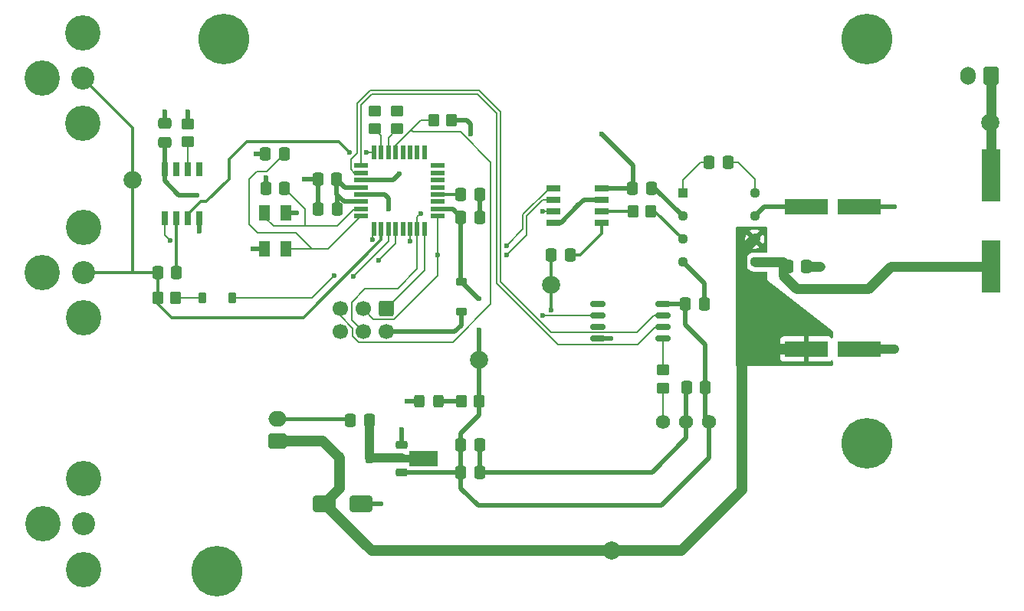
<source format=gbr>
%TF.GenerationSoftware,KiCad,Pcbnew,9.0.0*%
%TF.CreationDate,2025-04-14T20:17:52-07:00*%
%TF.ProjectId,AudioVision_v1,41756469-6f56-4697-9369-6f6e5f76312e,rev?*%
%TF.SameCoordinates,Original*%
%TF.FileFunction,Copper,L1,Top*%
%TF.FilePolarity,Positive*%
%FSLAX46Y46*%
G04 Gerber Fmt 4.6, Leading zero omitted, Abs format (unit mm)*
G04 Created by KiCad (PCBNEW 9.0.0) date 2025-04-14 20:17:52*
%MOMM*%
%LPD*%
G01*
G04 APERTURE LIST*
G04 Aperture macros list*
%AMRoundRect*
0 Rectangle with rounded corners*
0 $1 Rounding radius*
0 $2 $3 $4 $5 $6 $7 $8 $9 X,Y pos of 4 corners*
0 Add a 4 corners polygon primitive as box body*
4,1,4,$2,$3,$4,$5,$6,$7,$8,$9,$2,$3,0*
0 Add four circle primitives for the rounded corners*
1,1,$1+$1,$2,$3*
1,1,$1+$1,$4,$5*
1,1,$1+$1,$6,$7*
1,1,$1+$1,$8,$9*
0 Add four rect primitives between the rounded corners*
20,1,$1+$1,$2,$3,$4,$5,0*
20,1,$1+$1,$4,$5,$6,$7,0*
20,1,$1+$1,$6,$7,$8,$9,0*
20,1,$1+$1,$8,$9,$2,$3,0*%
%AMFreePoly0*
4,1,9,3.862500,-0.866500,0.737500,-0.866500,0.737500,-0.450000,-0.737500,-0.450000,-0.737500,0.450000,0.737500,0.450000,0.737500,0.866500,3.862500,0.866500,3.862500,-0.866500,3.862500,-0.866500,$1*%
G04 Aperture macros list end*
%TA.AperFunction,SMDPad,CuDef*%
%ADD10R,4.750000X1.800000*%
%TD*%
%TA.AperFunction,SMDPad,CuDef*%
%ADD11RoundRect,0.225000X-0.425000X-0.225000X0.425000X-0.225000X0.425000X0.225000X-0.425000X0.225000X0*%
%TD*%
%TA.AperFunction,SMDPad,CuDef*%
%ADD12FreePoly0,0.000000*%
%TD*%
%TA.AperFunction,SMDPad,CuDef*%
%ADD13C,2.000000*%
%TD*%
%TA.AperFunction,SMDPad,CuDef*%
%ADD14RoundRect,0.250000X0.337500X0.475000X-0.337500X0.475000X-0.337500X-0.475000X0.337500X-0.475000X0*%
%TD*%
%TA.AperFunction,SMDPad,CuDef*%
%ADD15R,1.500000X0.600000*%
%TD*%
%TA.AperFunction,SMDPad,CuDef*%
%ADD16R,0.600000X1.500000*%
%TD*%
%TA.AperFunction,SMDPad,CuDef*%
%ADD17RoundRect,0.250000X-0.337500X-0.475000X0.337500X-0.475000X0.337500X0.475000X-0.337500X0.475000X0*%
%TD*%
%TA.AperFunction,SMDPad,CuDef*%
%ADD18RoundRect,0.250000X-0.350000X-0.450000X0.350000X-0.450000X0.350000X0.450000X-0.350000X0.450000X0*%
%TD*%
%TA.AperFunction,SMDPad,CuDef*%
%ADD19RoundRect,0.250000X-0.325000X-0.450000X0.325000X-0.450000X0.325000X0.450000X-0.325000X0.450000X0*%
%TD*%
%TA.AperFunction,SMDPad,CuDef*%
%ADD20RoundRect,0.250000X0.450000X-0.350000X0.450000X0.350000X-0.450000X0.350000X-0.450000X-0.350000X0*%
%TD*%
%TA.AperFunction,SMDPad,CuDef*%
%ADD21RoundRect,0.225000X-0.375000X0.225000X-0.375000X-0.225000X0.375000X-0.225000X0.375000X0.225000X0*%
%TD*%
%TA.AperFunction,ComponentPad*%
%ADD22RoundRect,0.250000X-0.600000X0.600000X-0.600000X-0.600000X0.600000X-0.600000X0.600000X0.600000X0*%
%TD*%
%TA.AperFunction,ComponentPad*%
%ADD23C,1.700000*%
%TD*%
%TA.AperFunction,SMDPad,CuDef*%
%ADD24RoundRect,0.250000X-0.450000X0.350000X-0.450000X-0.350000X0.450000X-0.350000X0.450000X0.350000X0*%
%TD*%
%TA.AperFunction,SMDPad,CuDef*%
%ADD25R,0.650000X1.500000*%
%TD*%
%TA.AperFunction,SMDPad,CuDef*%
%ADD26RoundRect,0.250000X0.350000X0.450000X-0.350000X0.450000X-0.350000X-0.450000X0.350000X-0.450000X0*%
%TD*%
%TA.AperFunction,SMDPad,CuDef*%
%ADD27RoundRect,0.225000X-0.225000X-0.375000X0.225000X-0.375000X0.225000X0.375000X-0.225000X0.375000X0*%
%TD*%
%TA.AperFunction,ComponentPad*%
%ADD28C,3.900000*%
%TD*%
%TA.AperFunction,ComponentPad*%
%ADD29C,2.550000*%
%TD*%
%TA.AperFunction,SMDPad,CuDef*%
%ADD30R,1.500000X0.650000*%
%TD*%
%TA.AperFunction,SMDPad,CuDef*%
%ADD31RoundRect,0.162500X-0.650000X-0.162500X0.650000X-0.162500X0.650000X0.162500X-0.650000X0.162500X0*%
%TD*%
%TA.AperFunction,ComponentPad*%
%ADD32C,5.600000*%
%TD*%
%TA.AperFunction,SMDPad,CuDef*%
%ADD33RoundRect,0.225000X0.225000X0.375000X-0.225000X0.375000X-0.225000X-0.375000X0.225000X-0.375000X0*%
%TD*%
%TA.AperFunction,ComponentPad*%
%ADD34R,1.130000X1.130000*%
%TD*%
%TA.AperFunction,ComponentPad*%
%ADD35C,1.130000*%
%TD*%
%TA.AperFunction,ComponentPad*%
%ADD36RoundRect,0.250000X0.750000X-0.600000X0.750000X0.600000X-0.750000X0.600000X-0.750000X-0.600000X0*%
%TD*%
%TA.AperFunction,ComponentPad*%
%ADD37O,2.000000X1.700000*%
%TD*%
%TA.AperFunction,ComponentPad*%
%ADD38RoundRect,0.250000X0.600000X0.750000X-0.600000X0.750000X-0.600000X-0.750000X0.600000X-0.750000X0*%
%TD*%
%TA.AperFunction,ComponentPad*%
%ADD39O,1.700000X2.000000*%
%TD*%
%TA.AperFunction,SMDPad,CuDef*%
%ADD40RoundRect,0.250000X-1.000000X-0.650000X1.000000X-0.650000X1.000000X0.650000X-1.000000X0.650000X0*%
%TD*%
%TA.AperFunction,SMDPad,CuDef*%
%ADD41R,2.050000X5.800000*%
%TD*%
%TA.AperFunction,ComponentPad*%
%ADD42C,1.560000*%
%TD*%
%TA.AperFunction,SMDPad,CuDef*%
%ADD43RoundRect,0.250000X-0.475000X0.337500X-0.475000X-0.337500X0.475000X-0.337500X0.475000X0.337500X0*%
%TD*%
%TA.AperFunction,SMDPad,CuDef*%
%ADD44R,1.200000X1.800000*%
%TD*%
%TA.AperFunction,ViaPad*%
%ADD45C,0.600000*%
%TD*%
%TA.AperFunction,Conductor*%
%ADD46C,0.200000*%
%TD*%
%TA.AperFunction,Conductor*%
%ADD47C,0.500000*%
%TD*%
%TA.AperFunction,Conductor*%
%ADD48C,1.000000*%
%TD*%
%TA.AperFunction,Conductor*%
%ADD49C,1.100000*%
%TD*%
%TA.AperFunction,Conductor*%
%ADD50C,0.400000*%
%TD*%
%TA.AperFunction,Conductor*%
%ADD51C,0.300000*%
%TD*%
%TA.AperFunction,Conductor*%
%ADD52C,0.330000*%
%TD*%
%TA.AperFunction,Conductor*%
%ADD53C,1.200000*%
%TD*%
G04 APERTURE END LIST*
D10*
%TO.P,C16,1*%
%TO.N,+14.5V*%
X178125000Y-105000000D03*
%TO.P,C16,2*%
%TO.N,GND*%
X184025000Y-105000000D03*
%TD*%
D11*
%TO.P,U1,1,GND*%
%TO.N,GND*%
X133425000Y-115600000D03*
D12*
%TO.P,U1,2,VI*%
%TO.N,/VDC_IN*%
X133512500Y-117100000D03*
D11*
%TO.P,U1,3,VO*%
%TO.N,+5V*%
X133425000Y-118600000D03*
%TD*%
D13*
%TO.P,REF\u002A\u002A,1*%
%TO.N,N/C*%
X142000000Y-106150000D03*
%TD*%
D10*
%TO.P,C18,1*%
%TO.N,Net-(U5-BYPASS)*%
X178125000Y-89250000D03*
%TO.P,C18,2*%
%TO.N,GND*%
X184025000Y-89250000D03*
%TD*%
D14*
%TO.P,C21,1*%
%TO.N,+5V*%
X126325000Y-89500000D03*
%TO.P,C21,2*%
%TO.N,GND*%
X124250000Y-89500000D03*
%TD*%
D15*
%TO.P,U2,1,(PCINT19/OC2B/INT1)_PD3*%
%TO.N,/D3*%
X128925000Y-84700000D03*
%TO.P,U2,2,(PCINT20/XCK/T0)_PD4*%
%TO.N,/D4*%
X128925000Y-85500000D03*
%TO.P,U2,3,GND_1*%
%TO.N,GND*%
X128925000Y-86300000D03*
%TO.P,U2,4,VCC_1*%
%TO.N,+5V*%
X128925000Y-87100000D03*
%TO.P,U2,5,GND_2*%
%TO.N,GND*%
X128925000Y-87900000D03*
%TO.P,U2,6,VCC_2*%
%TO.N,+5V*%
X128925000Y-88700000D03*
%TO.P,U2,7,(PCINT6/XTAL1/TOSC1)_PB6*%
%TO.N,Net-(U2-(PCINT6{slash}XTAL1{slash}TOSC1)_PB6)*%
X128925000Y-89500000D03*
%TO.P,U2,8,(PCINT7/XTAL2/TOSC2)_PB7*%
%TO.N,Net-(U2-(PCINT7{slash}XTAL2{slash}TOSC2)_PB7)*%
X128925000Y-90300000D03*
D16*
%TO.P,U2,9,(PCINT21/OC0B/T1)_PD5*%
%TO.N,/D5*%
X130375000Y-91750000D03*
%TO.P,U2,10,(PCINT22/OC0A/AIN0)_PD6*%
%TO.N,/D6*%
X131175000Y-91750000D03*
%TO.P,U2,11,(PCINT23/AIN1)_PD7*%
%TO.N,/D7*%
X131975000Y-91750000D03*
%TO.P,U2,12,(PCINT0/CLKO/ICP1)_PB0*%
%TO.N,/D8*%
X132775000Y-91750000D03*
%TO.P,U2,13,(PCINT1/OC1A)_PB1*%
%TO.N,/D9*%
X133575000Y-91750000D03*
%TO.P,U2,14,(PCINT2/SS/OC1B)_PB2*%
%TO.N,/D10*%
X134375000Y-91750000D03*
%TO.P,U2,15,(PCINT3/OC2A/MOSI)_PB3*%
%TO.N,/D11{slash}MOSI*%
X135175000Y-91750000D03*
%TO.P,U2,16,(PCINT4/MISO)_PB4*%
%TO.N,/D12{slash}MISO*%
X135975000Y-91750000D03*
D15*
%TO.P,U2,17,PB5_(SCK/PCINT5)*%
%TO.N,/D13{slash}SCK*%
X137425000Y-90300000D03*
%TO.P,U2,18,AVCC*%
%TO.N,+5V*%
X137425000Y-89500000D03*
%TO.P,U2,19,ADC6*%
%TO.N,unconnected-(U2-ADC6-Pad19)*%
X137425000Y-88700000D03*
%TO.P,U2,20,AREF*%
%TO.N,/ARef*%
X137425000Y-87900000D03*
%TO.P,U2,21,GND_3*%
%TO.N,unconnected-(U2-GND_3-Pad21)*%
X137425000Y-87100000D03*
%TO.P,U2,22,ADC7*%
%TO.N,unconnected-(U2-ADC7-Pad22)*%
X137425000Y-86300000D03*
%TO.P,U2,23,PC0_(ADC0/PCINT8)*%
%TO.N,/A0*%
X137425000Y-85500000D03*
%TO.P,U2,24,PC1_(ADC1/PCINT9)*%
%TO.N,/A1*%
X137425000Y-84700000D03*
D16*
%TO.P,U2,25,PC2_(ADC2/PCINT10)*%
%TO.N,/A2*%
X135975000Y-83250000D03*
%TO.P,U2,26,PC3_(ADC3/PCINT11)*%
%TO.N,/A3*%
X135175000Y-83250000D03*
%TO.P,U2,27,PC4_(ADC4/SDA/PCINT12)*%
%TO.N,/A4*%
X134375000Y-83250000D03*
%TO.P,U2,28,PC5_(ADC5/SCL/PCINT13)*%
%TO.N,/A5*%
X133575000Y-83250000D03*
%TO.P,U2,29,PC6_(~{RESET}/PCINT14)*%
%TO.N,/RESET*%
X132775000Y-83250000D03*
%TO.P,U2,30,PD0_(RXD/PCINT16)*%
%TO.N,/D0*%
X131975000Y-83250000D03*
%TO.P,U2,31,PD1_(TXD/PCINT17)*%
%TO.N,/D1*%
X131175000Y-83250000D03*
%TO.P,U2,32,PD2_(INT0/PCINT18)*%
%TO.N,/D2*%
X130375000Y-83250000D03*
%TD*%
D17*
%TO.P,C19,1*%
%TO.N,Net-(C17-+)*%
X176100000Y-95900000D03*
%TO.P,C19,2*%
%TO.N,GND*%
X178175000Y-95900000D03*
%TD*%
D18*
%TO.P,R10,1*%
%TO.N,/RESET*%
X136975000Y-79700000D03*
%TO.P,R10,2*%
%TO.N,+5V*%
X138975000Y-79700000D03*
%TD*%
D19*
%TO.P,D4,1,K*%
%TO.N,GND*%
X135425000Y-110750000D03*
%TO.P,D4,2,A*%
%TO.N,Net-(D4-A)*%
X137475000Y-110750000D03*
%TD*%
D20*
%TO.P,R2,1*%
%TO.N,/D1*%
X130475000Y-80650000D03*
%TO.P,R2,2*%
%TO.N,/TX*%
X130475000Y-78650000D03*
%TD*%
D21*
%TO.P,D2,1,K*%
%TO.N,+5V*%
X140035000Y-97550000D03*
%TO.P,D2,2,A*%
%TO.N,/ISP-5V*%
X140035000Y-100850000D03*
%TD*%
D22*
%TO.P,ISP,1,Pin_1*%
%TO.N,/D12{slash}MISO*%
X131725000Y-100550000D03*
D23*
%TO.P,ISP,2,Pin_2*%
%TO.N,/ISP-5V*%
X131725000Y-103090000D03*
%TO.P,ISP,3,Pin_3*%
%TO.N,/D13{slash}SCK*%
X129185000Y-100550000D03*
%TO.P,ISP,4,Pin_4*%
%TO.N,/D11{slash}MOSI*%
X129185000Y-103090000D03*
%TO.P,ISP,5,Pin_5*%
%TO.N,/RESET*%
X126645000Y-100550000D03*
%TO.P,ISP,6,Pin_6*%
%TO.N,GND*%
X126645000Y-103090000D03*
%TD*%
D17*
%TO.P,C7,1*%
%TO.N,/ARef*%
X140000000Y-87900000D03*
%TO.P,C7,2*%
%TO.N,GND*%
X142075000Y-87900000D03*
%TD*%
D24*
%TO.P,R4,1*%
%TO.N,Net-(U6-AREF{slash}PB0)*%
X162325000Y-107300000D03*
%TO.P,R4,2*%
%TO.N,Net-(U3-OUT)*%
X162325000Y-109300000D03*
%TD*%
D13*
%TO.P,REF\u002A\u002A,1*%
%TO.N,N/C*%
X149950000Y-97900000D03*
%TD*%
D17*
%TO.P,C13,1*%
%TO.N,/D6*%
X106512500Y-96500000D03*
%TO.P,C13,2*%
%TO.N,Net-(U4-CVIN)*%
X108587500Y-96500000D03*
%TD*%
D25*
%TO.P,U4,1,CSOUT*%
%TO.N,/D8*%
X107290000Y-90550000D03*
%TO.P,U4,2,CVIN*%
%TO.N,Net-(U4-CVIN)*%
X108560000Y-90550000D03*
%TO.P,U4,3,VSOUT*%
%TO.N,/D2*%
X109830000Y-90550000D03*
%TO.P,U4,4,GND*%
%TO.N,GND*%
X111100000Y-90550000D03*
%TO.P,U4,5,BPOUT*%
%TO.N,unconnected-(U4-BPOUT-Pad5)*%
X111100000Y-85150000D03*
%TO.P,U4,6,RSET*%
%TO.N,Net-(U4-RSET)*%
X109830000Y-85150000D03*
%TO.P,U4,7,OEOUT*%
%TO.N,unconnected-(U4-OEOUT-Pad7)*%
X108560000Y-85150000D03*
%TO.P,U4,8,VCC*%
%TO.N,+5V*%
X107290000Y-85150000D03*
%TD*%
D26*
%TO.P,R3,1*%
%TO.N,+5V*%
X142025000Y-110800000D03*
%TO.P,R3,2*%
%TO.N,Net-(D4-A)*%
X140025000Y-110800000D03*
%TD*%
D14*
%TO.P,C22,1*%
%TO.N,+5V*%
X126287500Y-86200000D03*
%TO.P,C22,2*%
%TO.N,GND*%
X124212500Y-86200000D03*
%TD*%
D17*
%TO.P,C10,1*%
%TO.N,GND*%
X164937500Y-109200000D03*
%TO.P,C10,2*%
%TO.N,+5V*%
X167012500Y-109200000D03*
%TD*%
D27*
%TO.P,D6,1,K*%
%TO.N,Net-(D6-K)*%
X111400000Y-99350000D03*
%TO.P,D6,2,A*%
%TO.N,/D7*%
X114700000Y-99350000D03*
%TD*%
D28*
%TO.P,J5,1,1_1*%
%TO.N,GND*%
X98275000Y-101550000D03*
D29*
%TO.P,J5,2,2*%
%TO.N,/D6*%
X98275000Y-96550000D03*
D28*
%TO.P,J5,12,1_2*%
%TO.N,GND*%
X98275000Y-91550000D03*
%TO.P,J5,13,1_3*%
X93775000Y-96550000D03*
%TD*%
D14*
%TO.P,C1,1*%
%TO.N,/VDC_IN*%
X129862500Y-112900000D03*
%TO.P,C1,2*%
%TO.N,GND*%
X127787500Y-112900000D03*
%TD*%
D24*
%TO.P,R8,1*%
%TO.N,GND*%
X109830000Y-80100000D03*
%TO.P,R8,2*%
%TO.N,Net-(U4-RSET)*%
X109830000Y-82100000D03*
%TD*%
D17*
%TO.P,C24,1*%
%TO.N,+5V*%
X164787500Y-100000000D03*
%TO.P,C24,2*%
%TO.N,GND*%
X166862500Y-100000000D03*
%TD*%
D24*
%TO.P,R1,1*%
%TO.N,/RX*%
X132975000Y-78650000D03*
%TO.P,R1,2*%
%TO.N,/D0*%
X132975000Y-80650000D03*
%TD*%
D30*
%TO.P,VR1,1,~{CS}*%
%TO.N,/D10*%
X150175000Y-87195000D03*
%TO.P,VR1,2,SCK*%
%TO.N,/D13{slash}SCK*%
X150175000Y-88465000D03*
%TO.P,VR1,3,SDI/SDO*%
%TO.N,/D11{slash}MOSI*%
X150175000Y-89735000D03*
%TO.P,VR1,4,VSS*%
%TO.N,GND*%
X150175000Y-91005000D03*
%TO.P,VR1,5,P0A*%
%TO.N,Net-(VR1-P0A)*%
X155575000Y-91005000D03*
%TO.P,VR1,6,P0W*%
%TO.N,Net-(VR1-P0W)*%
X155575000Y-89735000D03*
%TO.P,VR1,7,P0B*%
%TO.N,GND*%
X155575000Y-88465000D03*
%TO.P,VR1,8,VDD*%
%TO.N,+5V*%
X155575000Y-87195000D03*
%TD*%
D31*
%TO.P,U6,1,~{RESET}/PB5*%
%TO.N,unconnected-(U6-~{RESET}{slash}PB5-Pad1)*%
X155137500Y-99995000D03*
%TO.P,U6,2,XTAL1/PB3*%
%TO.N,/D5*%
X155137500Y-101265000D03*
%TO.P,U6,3,XTAL2/PB4*%
%TO.N,unconnected-(U6-XTAL2{slash}PB4-Pad3)*%
X155137500Y-102535000D03*
%TO.P,U6,4,GND*%
%TO.N,GND*%
X155137500Y-103805000D03*
%TO.P,U6,5,AREF/PB0*%
%TO.N,Net-(U6-AREF{slash}PB0)*%
X162312500Y-103805000D03*
%TO.P,U6,6,PB1*%
%TO.N,/D3*%
X162312500Y-102535000D03*
%TO.P,U6,7,PB2*%
%TO.N,/D4*%
X162312500Y-101265000D03*
%TO.P,U6,8,VCC*%
%TO.N,+5V*%
X162312500Y-99995000D03*
%TD*%
D32*
%TO.P,,3*%
%TO.N,N/C*%
X113050000Y-129550000D03*
%TD*%
D28*
%TO.P,J6,1,1_1*%
%TO.N,GND*%
X98300000Y-129350000D03*
D29*
%TO.P,J6,2,2*%
%TO.N,Net-(C23-Pad1)*%
X98300000Y-124350000D03*
D28*
%TO.P,J6,12,1_2*%
%TO.N,GND*%
X98300000Y-119350000D03*
%TO.P,J6,13,1_3*%
X93800000Y-124350000D03*
%TD*%
D33*
%TO.P,D3,1,K*%
%TO.N,/VDC_IN*%
X129875000Y-117050000D03*
%TO.P,D3,2,A*%
%TO.N,+14.5V*%
X126575000Y-117050000D03*
%TD*%
D17*
%TO.P,C3,1*%
%TO.N,+5V*%
X140000000Y-115600000D03*
%TO.P,C3,2*%
%TO.N,GND*%
X142075000Y-115600000D03*
%TD*%
D13*
%TO.P,REF\u002A\u002A,1*%
%TO.N,N/C*%
X156650000Y-127300000D03*
%TD*%
D34*
%TO.P,U5,1,GAIN_1*%
%TO.N,Net-(U5-GAIN_1)*%
X164505000Y-87750000D03*
D35*
%TO.P,U5,2,-_INPUT*%
%TO.N,GND*%
X164505000Y-90290000D03*
%TO.P,U5,3,+_INPUT*%
%TO.N,Net-(U5-+_INPUT)*%
X164505000Y-92830000D03*
%TO.P,U5,4,GND*%
%TO.N,GND*%
X164505000Y-95370000D03*
%TO.P,U5,5,VOUT*%
%TO.N,Net-(C17-+)*%
X172445000Y-95370000D03*
%TO.P,U5,6,VS*%
%TO.N,+14.5V*%
X172445000Y-92830000D03*
%TO.P,U5,7,BYPASS*%
%TO.N,Net-(U5-BYPASS)*%
X172445000Y-90290000D03*
%TO.P,U5,8,GAIN_2*%
%TO.N,Net-(U5-GAIN_2)*%
X172445000Y-87750000D03*
%TD*%
D32*
%TO.P,,2*%
%TO.N,N/C*%
X184800000Y-70750000D03*
%TD*%
D17*
%TO.P,C9,1*%
%TO.N,+5V*%
X158937500Y-87200000D03*
%TO.P,C9,2*%
%TO.N,GND*%
X161012500Y-87200000D03*
%TD*%
D36*
%TO.P,J1,1,Pin_1*%
%TO.N,+14.5V*%
X119700000Y-115200000D03*
D37*
%TO.P,J1,2,Pin_2*%
%TO.N,GND*%
X119700000Y-112700000D03*
%TD*%
D18*
%TO.P,R6,1*%
%TO.N,Net-(VR1-P0W)*%
X158975000Y-89750000D03*
%TO.P,R6,2*%
%TO.N,Net-(U5-+_INPUT)*%
X160975000Y-89750000D03*
%TD*%
D32*
%TO.P,,4*%
%TO.N,N/C*%
X184800000Y-115450000D03*
%TD*%
D17*
%TO.P,C8,1*%
%TO.N,GND*%
X118400000Y-83400000D03*
%TO.P,C8,2*%
%TO.N,Net-(U2-(PCINT7{slash}XTAL2{slash}TOSC2)_PB7)*%
X120475000Y-83400000D03*
%TD*%
D28*
%TO.P,J4,1,1_1*%
%TO.N,GND*%
X98225000Y-80050000D03*
D29*
%TO.P,J4,2,2*%
%TO.N,/D6*%
X98225000Y-75050000D03*
D28*
%TO.P,J4,12,1_2*%
%TO.N,GND*%
X98225000Y-70050000D03*
%TO.P,J4,13,1_3*%
X93725000Y-75050000D03*
%TD*%
D32*
%TO.P,REF\u002A\u002A,1*%
%TO.N,N/C*%
X113800000Y-70750000D03*
%TD*%
D14*
%TO.P,C14,1*%
%TO.N,Net-(U5-GAIN_2)*%
X169512500Y-84350000D03*
%TO.P,C14,2*%
%TO.N,Net-(U5-GAIN_1)*%
X167437500Y-84350000D03*
%TD*%
D17*
%TO.P,C23,1*%
%TO.N,Net-(C23-Pad1)*%
X149975000Y-94600000D03*
%TO.P,C23,2*%
%TO.N,Net-(VR1-P0A)*%
X152050000Y-94600000D03*
%TD*%
D18*
%TO.P,R7,1*%
%TO.N,/D6*%
X106500000Y-99350000D03*
%TO.P,R7,2*%
%TO.N,Net-(D6-K)*%
X108500000Y-99350000D03*
%TD*%
D38*
%TO.P,J3,1,Pin_1*%
%TO.N,Net-(C17--)*%
X198525000Y-74800000D03*
D39*
%TO.P,J3,2,Pin_2*%
%TO.N,GND*%
X196025000Y-74800000D03*
%TD*%
D40*
%TO.P,D1,1,A1*%
%TO.N,+14.5V*%
X124925000Y-122100000D03*
%TO.P,D1,2,A2*%
%TO.N,GND*%
X128925000Y-122100000D03*
%TD*%
D41*
%TO.P,C17,1,-*%
%TO.N,Net-(C17--)*%
X198525000Y-85800000D03*
%TO.P,C17,2,+*%
%TO.N,Net-(C17-+)*%
X198525000Y-95900000D03*
%TD*%
D13*
%TO.P,REF\u002A\u002A,1*%
%TO.N,N/C*%
X103750000Y-86300000D03*
%TD*%
D42*
%TO.P,U3,1,OUT*%
%TO.N,Net-(U3-OUT)*%
X162357500Y-113075000D03*
%TO.P,U3,2,GND*%
%TO.N,GND*%
X164897500Y-113075000D03*
%TO.P,U3,3,VS*%
%TO.N,+5V*%
X167437500Y-113075000D03*
%TD*%
D43*
%TO.P,C12,1*%
%TO.N,GND*%
X107295000Y-80050000D03*
%TO.P,C12,2*%
%TO.N,+5V*%
X107295000Y-82125000D03*
%TD*%
D17*
%TO.P,C2,1*%
%TO.N,+5V*%
X140000000Y-118600000D03*
%TO.P,C2,2*%
%TO.N,GND*%
X142075000Y-118600000D03*
%TD*%
%TO.P,C20,1*%
%TO.N,+5V*%
X139987500Y-90400000D03*
%TO.P,C20,2*%
%TO.N,GND*%
X142062500Y-90400000D03*
%TD*%
%TO.P,C6,1*%
%TO.N,GND*%
X118421015Y-87250000D03*
%TO.P,C6,2*%
%TO.N,Net-(U2-(PCINT6{slash}XTAL1{slash}TOSC1)_PB6)*%
X120496015Y-87250000D03*
%TD*%
D13*
%TO.P,REF\u002A\u002A,1*%
%TO.N,N/C*%
X198500000Y-79950000D03*
%TD*%
D44*
%TO.P,Y1,1,XTAL_1*%
%TO.N,Net-(U2-(PCINT7{slash}XTAL2{slash}TOSC2)_PB7)*%
X120675000Y-93950000D03*
%TO.P,Y1,2,GND_1*%
%TO.N,GND*%
X120675000Y-89950000D03*
%TO.P,Y1,3,XTAL_2*%
%TO.N,Net-(U2-(PCINT6{slash}XTAL1{slash}TOSC1)_PB6)*%
X118275000Y-89950000D03*
%TO.P,Y1,4,GND_2*%
%TO.N,GND*%
X118275000Y-93950000D03*
%TD*%
D45*
%TO.N,GND*%
X121850000Y-89950000D03*
%TO.N,/D11{slash}MOSI*%
X135525000Y-90025000D03*
X149050000Y-89750000D03*
%TO.N,GND*%
X131175000Y-122100000D03*
X142075000Y-117050000D03*
X107295000Y-78780000D03*
X187925000Y-89250000D03*
X142075000Y-89150000D03*
X111100000Y-91925000D03*
X109830000Y-78755000D03*
X117025000Y-93950000D03*
X156525000Y-103800000D03*
X134025000Y-110750000D03*
X117325000Y-83400000D03*
X133425000Y-113900000D03*
X179675000Y-95900000D03*
X122675000Y-86200000D03*
X187925000Y-105000000D03*
X152925000Y-89100000D03*
X131975000Y-89550000D03*
X133175000Y-85650000D03*
X118425000Y-86050000D03*
%TO.N,+5V*%
X126325000Y-87950000D03*
X142025000Y-102850000D03*
X110825000Y-87950000D03*
X141025000Y-81200000D03*
X155525000Y-81200000D03*
X142025000Y-99400000D03*
%TO.N,Net-(C23-Pad1)*%
X149975000Y-100650000D03*
%TO.N,/D7*%
X128095227Y-96920227D03*
X125975000Y-96900000D03*
%TO.N,/D13{slash}SCK*%
X137425000Y-94550000D03*
X145025000Y-94550000D03*
%TO.N,/D2*%
X129525000Y-83250000D03*
X127725000Y-83250000D03*
%TO.N,/D10*%
X145025000Y-93550000D03*
X134375000Y-93100000D03*
%TO.N,/D8*%
X107875000Y-92950000D03*
X130875000Y-95200000D03*
%TO.N,/D5*%
X130254773Y-92879773D03*
X149025000Y-101250000D03*
%TD*%
D46*
%TO.N,/RESET*%
X126645000Y-100550000D02*
X126645000Y-101320000D01*
X126645000Y-101320000D02*
X128034000Y-102709000D01*
X128034000Y-102709000D02*
X128034000Y-103566760D01*
X128034000Y-103566760D02*
X128708240Y-104241000D01*
X128708240Y-104241000D02*
X139084000Y-104241000D01*
X139950000Y-81000000D02*
X134675000Y-81000000D01*
X139084000Y-104241000D02*
X143275000Y-100050000D01*
X134675000Y-81000000D02*
X134449500Y-80774500D01*
X143275000Y-100050000D02*
X143275000Y-84325000D01*
X143275000Y-84325000D02*
X139950000Y-81000000D01*
%TO.N,/D11{slash}MOSI*%
X127900000Y-99800000D02*
X129400000Y-98300000D01*
X133025000Y-98300000D02*
X135175000Y-96150000D01*
X135175000Y-96150000D02*
X135175000Y-91750000D01*
X127900000Y-101805000D02*
X127900000Y-99800000D01*
X129400000Y-98300000D02*
X133025000Y-98300000D01*
X129185000Y-103090000D02*
X127900000Y-101805000D01*
%TO.N,Net-(U2-(PCINT6{slash}XTAL1{slash}TOSC1)_PB6)*%
X122750000Y-91400000D02*
X122750000Y-89503985D01*
X122750000Y-89503985D02*
X120496015Y-87250000D01*
D47*
%TO.N,GND*%
X120675000Y-89950000D02*
X121850000Y-89950000D01*
D46*
%TO.N,/D11{slash}MOSI*%
X135525000Y-90025000D02*
X135175000Y-90375000D01*
X135175000Y-90375000D02*
X135175000Y-91750000D01*
X149050000Y-89750000D02*
X149065000Y-89735000D01*
X149065000Y-89735000D02*
X150175000Y-89735000D01*
%TO.N,/D13{slash}SCK*%
X150175000Y-88465000D02*
X149047100Y-88465000D01*
X149047100Y-88465000D02*
X147226000Y-90286100D01*
X147226000Y-90286100D02*
X147226000Y-92349000D01*
X147226000Y-92349000D02*
X145025000Y-94550000D01*
%TO.N,/D10*%
X150175000Y-87195000D02*
X149750000Y-87195000D01*
X149750000Y-87195000D02*
X146825000Y-90120000D01*
X146825000Y-91750000D02*
X145025000Y-93550000D01*
X146825000Y-90120000D02*
X146825000Y-91750000D01*
D47*
%TO.N,+5V*%
X167437500Y-113075000D02*
X167000000Y-112637500D01*
X167000000Y-112637500D02*
X167000000Y-109212500D01*
X167000000Y-109212500D02*
X167012500Y-109200000D01*
D46*
%TO.N,GND*%
X161075000Y-87200000D02*
X161415000Y-87200000D01*
D47*
X142075000Y-117050000D02*
X142075000Y-115600000D01*
X155137500Y-103805000D02*
X156520000Y-103805000D01*
X124212500Y-86200000D02*
X122675000Y-86200000D01*
X109830000Y-80100000D02*
X109830000Y-78755000D01*
X135425000Y-110750000D02*
X134025000Y-110750000D01*
X124250000Y-89500000D02*
X124250000Y-86237500D01*
X118421015Y-87250000D02*
X118421015Y-87696015D01*
D46*
X142075000Y-90387500D02*
X142062500Y-90400000D01*
D47*
X150175000Y-91005000D02*
X151020000Y-91005000D01*
X118275000Y-93950000D02*
X117025000Y-93950000D01*
X142075000Y-89150000D02*
X142075000Y-90387500D01*
X142075000Y-117050000D02*
X142075000Y-118600000D01*
D48*
X184025000Y-105000000D02*
X187925000Y-105000000D01*
D47*
X128925000Y-86300000D02*
X132525000Y-86300000D01*
X111100000Y-90550000D02*
X111100000Y-91925000D01*
X132525000Y-86300000D02*
X133175000Y-85650000D01*
X151020000Y-91005000D02*
X152925000Y-89100000D01*
X155575000Y-88465000D02*
X153560000Y-88465000D01*
D46*
X127587500Y-112700000D02*
X127787500Y-112900000D01*
D47*
X131975000Y-89550000D02*
X131975000Y-88300000D01*
X131575000Y-87900000D02*
X128925000Y-87900000D01*
X166862500Y-97727500D02*
X164505000Y-95370000D01*
X142075000Y-87900000D02*
X142075000Y-89150000D01*
X133425000Y-115600000D02*
X133425000Y-113900000D01*
D46*
X118421015Y-86053985D02*
X118425000Y-86050000D01*
X156520000Y-103805000D02*
X156525000Y-103800000D01*
D49*
X178175000Y-95900000D02*
X179675000Y-95900000D01*
D47*
X184025000Y-89250000D02*
X187925000Y-89250000D01*
D46*
X118400000Y-83400000D02*
X118075000Y-83400000D01*
D47*
X153560000Y-88465000D02*
X152925000Y-89100000D01*
X118075000Y-83400000D02*
X117325000Y-83400000D01*
X166862500Y-100000000D02*
X166862500Y-97727500D01*
X131975000Y-88300000D02*
X131575000Y-87900000D01*
X128925000Y-122100000D02*
X131175000Y-122100000D01*
X164897500Y-113075000D02*
X164897500Y-109240000D01*
D46*
X124250000Y-86237500D02*
X124212500Y-86200000D01*
D47*
X161415000Y-87200000D02*
X164505000Y-90290000D01*
X164897500Y-114827500D02*
X164897500Y-113075000D01*
D50*
X119700000Y-112700000D02*
X127587500Y-112700000D01*
D47*
X164897500Y-109240000D02*
X164937500Y-109200000D01*
X118421015Y-87250000D02*
X118421015Y-86053985D01*
X107295000Y-80050000D02*
X107295000Y-78780000D01*
D46*
%TO.N,/VDC_IN*%
X133462500Y-117050000D02*
X133512500Y-117100000D01*
D48*
X129875000Y-117050000D02*
X133462500Y-117050000D01*
D47*
X129875000Y-112912500D02*
X129862500Y-112900000D01*
D48*
X129875000Y-117050000D02*
X129875000Y-112912500D01*
D47*
%TO.N,+5V*%
X141875000Y-122300000D02*
X162175000Y-122300000D01*
X126287500Y-87912500D02*
X126325000Y-87950000D01*
X162175000Y-122300000D02*
X167437500Y-117037500D01*
X164787500Y-102287500D02*
X164787500Y-100000000D01*
X140000000Y-118600000D02*
X140000000Y-120425000D01*
X107290000Y-86400000D02*
X107290000Y-85150000D01*
X126325000Y-87950000D02*
X127075000Y-88700000D01*
X140000000Y-120425000D02*
X141875000Y-122300000D01*
X167012500Y-109200000D02*
X167012500Y-104537500D01*
X126287500Y-86200000D02*
X126287500Y-87912500D01*
X140035000Y-97290000D02*
X139987500Y-97242500D01*
X137425000Y-89500000D02*
X139087500Y-89500000D01*
X142025000Y-110800000D02*
X142025000Y-102850000D01*
X164787500Y-100000000D02*
X162317500Y-100000000D01*
X167437500Y-117037500D02*
X167437500Y-113075000D01*
X164775000Y-102300000D02*
X164787500Y-102287500D01*
X140035000Y-97550000D02*
X140035000Y-97290000D01*
X140000000Y-118600000D02*
X140000000Y-115600000D01*
X141885000Y-99400000D02*
X140035000Y-97550000D01*
X139087500Y-89500000D02*
X139987500Y-90400000D01*
D46*
X107290000Y-82130000D02*
X107295000Y-82125000D01*
D47*
X127075000Y-88700000D02*
X128925000Y-88700000D01*
X140000000Y-115600000D02*
X140000000Y-114325000D01*
X142025000Y-99400000D02*
X141885000Y-99400000D01*
X141025000Y-81200000D02*
X141025000Y-80100000D01*
D46*
X158995000Y-87195000D02*
X159000000Y-87200000D01*
D47*
X155575000Y-87195000D02*
X158995000Y-87195000D01*
X162317500Y-100000000D02*
X162312500Y-99995000D01*
X108840000Y-87950000D02*
X107290000Y-86400000D01*
X141175000Y-113150000D02*
X140000000Y-114325000D01*
X139987500Y-97242500D02*
X139987500Y-90400000D01*
X107290000Y-85150000D02*
X107290000Y-82130000D01*
X126325000Y-89500000D02*
X126325000Y-87950000D01*
X128925000Y-87100000D02*
X127187500Y-87100000D01*
X142025000Y-112300000D02*
X141175000Y-113150000D01*
X133425000Y-118600000D02*
X140000000Y-118600000D01*
X140625000Y-79700000D02*
X138975000Y-79700000D01*
X126325000Y-86237500D02*
X126287500Y-86200000D01*
X159000000Y-84675000D02*
X155525000Y-81200000D01*
X141025000Y-80100000D02*
X140625000Y-79700000D01*
X127187500Y-87100000D02*
X126287500Y-86200000D01*
X110825000Y-87950000D02*
X108840000Y-87950000D01*
X167012500Y-104537500D02*
X164775000Y-102300000D01*
X159000000Y-87200000D02*
X159000000Y-84675000D01*
X142025000Y-110800000D02*
X142025000Y-112300000D01*
D46*
%TO.N,Net-(U2-(PCINT6{slash}XTAL1{slash}TOSC1)_PB6)*%
X126325000Y-91400000D02*
X122375000Y-91400000D01*
X128925000Y-89500000D02*
X128225000Y-89500000D01*
X118275000Y-90400000D02*
X118275000Y-89950000D01*
X128225000Y-89500000D02*
X126325000Y-91400000D01*
X122375000Y-91400000D02*
X119275000Y-91400000D01*
X119275000Y-91400000D02*
X118275000Y-90400000D01*
D51*
%TO.N,/ARef*%
X137425000Y-87900000D02*
X140000000Y-87900000D01*
D46*
%TO.N,Net-(U2-(PCINT7{slash}XTAL2{slash}TOSC2)_PB7)*%
X123775000Y-93950000D02*
X123525000Y-93950000D01*
X117525000Y-92150000D02*
X116575000Y-91200000D01*
X123775000Y-93950000D02*
X120675000Y-93950000D01*
X125275000Y-93950000D02*
X123775000Y-93950000D01*
X116575000Y-91200000D02*
X116575000Y-86250000D01*
X118525000Y-85350000D02*
X120475000Y-83400000D01*
X116575000Y-86250000D02*
X117475000Y-85350000D01*
X128925000Y-90300000D02*
X125275000Y-93950000D01*
X121725000Y-92150000D02*
X117525000Y-92150000D01*
X117475000Y-85350000D02*
X118525000Y-85350000D01*
X123525000Y-93950000D02*
X121725000Y-92150000D01*
%TO.N,Net-(U4-CVIN)*%
X108587500Y-90577500D02*
X108560000Y-90550000D01*
D52*
X108587500Y-96500000D02*
X108587500Y-90577500D01*
%TO.N,/D6*%
X98225000Y-75050000D02*
X103725000Y-80550000D01*
X131175000Y-92900000D02*
X131175000Y-91750000D01*
X103725000Y-96550000D02*
X106462500Y-96550000D01*
X108025000Y-101500000D02*
X122575000Y-101500000D01*
D46*
X106462500Y-96550000D02*
X106512500Y-96500000D01*
D52*
X122575000Y-101500000D02*
X131175000Y-92900000D01*
X98275000Y-96550000D02*
X103725000Y-96550000D01*
D46*
X106512500Y-99337500D02*
X106500000Y-99350000D01*
X106500000Y-99350000D02*
X106500000Y-99975000D01*
D52*
X106500000Y-99975000D02*
X108025000Y-101500000D01*
X106512500Y-96500000D02*
X106512500Y-99337500D01*
X103725000Y-80550000D02*
X103725000Y-96550000D01*
D46*
%TO.N,Net-(U5-GAIN_1)*%
X164505000Y-86270000D02*
X166425000Y-84350000D01*
X166425000Y-84350000D02*
X167437500Y-84350000D01*
X164505000Y-87750000D02*
X164505000Y-86270000D01*
%TO.N,Net-(U5-GAIN_2)*%
X172445000Y-86220000D02*
X172445000Y-87750000D01*
X169512500Y-84350000D02*
X170575000Y-84350000D01*
X170575000Y-84350000D02*
X172445000Y-86220000D01*
D53*
%TO.N,+14.5V*%
X124925000Y-122100000D02*
X130125000Y-127300000D01*
X171075000Y-94200000D02*
X171075000Y-102750000D01*
X171075000Y-120600000D02*
X171075000Y-104448470D01*
X171075000Y-104400000D02*
X171075000Y-102750000D01*
X171075000Y-102750000D02*
X173325000Y-105000000D01*
X124725000Y-115200000D02*
X126575000Y-117050000D01*
X126575000Y-120450000D02*
X124925000Y-122100000D01*
X126575000Y-117050000D02*
X126575000Y-120450000D01*
X119700000Y-115200000D02*
X124725000Y-115200000D01*
X130125000Y-127300000D02*
X164375000Y-127300000D01*
X164375000Y-127300000D02*
X171075000Y-120600000D01*
X173325000Y-105000000D02*
X178125000Y-105000000D01*
X172445000Y-92830000D02*
X171075000Y-94200000D01*
D49*
%TO.N,Net-(C17--)*%
X198525000Y-74800000D02*
X198525000Y-85800000D01*
%TO.N,Net-(C17-+)*%
X175570000Y-96895000D02*
X177025000Y-98350000D01*
X187425000Y-95900000D02*
X198525000Y-95900000D01*
X172445000Y-95370000D02*
X175570000Y-95370000D01*
D46*
X175570000Y-95370000D02*
X176100000Y-95900000D01*
D49*
X175570000Y-95370000D02*
X175570000Y-96895000D01*
X184975000Y-98350000D02*
X187425000Y-95900000D01*
X177025000Y-98350000D02*
X184975000Y-98350000D01*
D47*
%TO.N,Net-(U5-BYPASS)*%
X173485000Y-89250000D02*
X178125000Y-89250000D01*
X172445000Y-90290000D02*
X173485000Y-89250000D01*
D52*
%TO.N,Net-(C23-Pad1)*%
X149975000Y-100650000D02*
X149975000Y-94600000D01*
%TO.N,Net-(VR1-P0A)*%
X153175000Y-94600000D02*
X155575000Y-92200000D01*
X155575000Y-92200000D02*
X155575000Y-91005000D01*
X152050000Y-94600000D02*
X153175000Y-94600000D01*
D47*
%TO.N,/ISP-5V*%
X140035000Y-102340000D02*
X140035000Y-100850000D01*
X139285000Y-103090000D02*
X140035000Y-102340000D01*
X131725000Y-103090000D02*
X139285000Y-103090000D01*
%TO.N,Net-(D4-A)*%
X140025000Y-110800000D02*
X137525000Y-110800000D01*
D46*
X137525000Y-110800000D02*
X137475000Y-110750000D01*
%TO.N,Net-(D6-K)*%
X108500000Y-99350000D02*
X111400000Y-99350000D01*
%TO.N,/D7*%
X128095227Y-96920227D02*
X131975000Y-93040454D01*
X114700000Y-99350000D02*
X123525000Y-99350000D01*
X123525000Y-99350000D02*
X125975000Y-96900000D01*
X131975000Y-93040454D02*
X131975000Y-91750000D01*
%TO.N,/D12{slash}MISO*%
X135975000Y-96300000D02*
X135975000Y-91750000D01*
X131725000Y-100550000D02*
X135975000Y-96300000D01*
%TO.N,/D13{slash}SCK*%
X132560160Y-101701000D02*
X137425000Y-96836160D01*
X137425000Y-96836160D02*
X137425000Y-94550000D01*
X130336000Y-101701000D02*
X132560160Y-101701000D01*
X129185000Y-100550000D02*
X130336000Y-101701000D01*
X137425000Y-94550000D02*
X137425000Y-90300000D01*
%TO.N,/D0*%
X131975000Y-83250000D02*
X131975000Y-81650000D01*
X131975000Y-81650000D02*
X132975000Y-80650000D01*
%TO.N,/D1*%
X131175000Y-83250000D02*
X131175000Y-81350000D01*
X131175000Y-81350000D02*
X130475000Y-80650000D01*
%TO.N,Net-(U3-OUT)*%
X162357500Y-113075000D02*
X162357500Y-109332500D01*
X162357500Y-109332500D02*
X162325000Y-109300000D01*
%TO.N,/D3*%
X141825000Y-76800000D02*
X143975000Y-78950000D01*
X128925000Y-78000000D02*
X130125000Y-76800000D01*
X143975000Y-78950000D02*
X143975000Y-97750000D01*
X150725000Y-104500000D02*
X159535001Y-104500000D01*
X143975000Y-97750000D02*
X150725000Y-104500000D01*
X128925000Y-84700000D02*
X128925000Y-78000000D01*
X161500001Y-102535000D02*
X162312500Y-102535000D01*
X130125000Y-76800000D02*
X141825000Y-76800000D01*
X159535001Y-104500000D02*
X161500001Y-102535000D01*
D52*
%TO.N,Net-(U5-+_INPUT)*%
X164505000Y-92830000D02*
X161425000Y-89750000D01*
D46*
X161425000Y-89750000D02*
X160975000Y-89750000D01*
D52*
%TO.N,Net-(VR1-P0W)*%
X155575000Y-89735000D02*
X158960000Y-89735000D01*
D46*
X158960000Y-89735000D02*
X158975000Y-89750000D01*
%TO.N,Net-(U4-RSET)*%
X109830000Y-82100000D02*
X109830000Y-85150000D01*
%TO.N,/RESET*%
X135524000Y-79700000D02*
X134449500Y-80774500D01*
X136975000Y-79700000D02*
X135524000Y-79700000D01*
X132775000Y-82449000D02*
X132775000Y-83250000D01*
X134449500Y-80774500D02*
X132775000Y-82449000D01*
%TO.N,/D4*%
X128524000Y-83300943D02*
X127825000Y-83999943D01*
X144376000Y-97583900D02*
X144376000Y-78783900D01*
X149971100Y-103179000D02*
X144376000Y-97583900D01*
X129958900Y-76399000D02*
X128524000Y-77833900D01*
X128175000Y-85500000D02*
X128925000Y-85500000D01*
X127825000Y-83999943D02*
X127825000Y-85150000D01*
X127825000Y-85150000D02*
X128175000Y-85500000D01*
X144376000Y-78783900D02*
X141991100Y-76399000D01*
X141991100Y-76399000D02*
X129958900Y-76399000D01*
X128524000Y-77833900D02*
X128524000Y-83300943D01*
X159396000Y-103179000D02*
X149971100Y-103179000D01*
X162312500Y-101265000D02*
X161310000Y-101265000D01*
X161310000Y-101265000D02*
X159396000Y-103179000D01*
D52*
%TO.N,/D2*%
X109830000Y-90125000D02*
X111255000Y-88700000D01*
X114375000Y-84000000D02*
X116325000Y-82050000D01*
D46*
X129525000Y-83250000D02*
X130375000Y-83250000D01*
D52*
X111875000Y-88700000D02*
X114375000Y-86200000D01*
X114375000Y-86200000D02*
X114375000Y-84000000D01*
D46*
X109830000Y-90550000D02*
X109830000Y-90045000D01*
D52*
X126525000Y-82050000D02*
X127725000Y-83250000D01*
X111255000Y-88700000D02*
X111875000Y-88700000D01*
D46*
X109830000Y-90550000D02*
X109830000Y-90125000D01*
D52*
X116325000Y-82050000D02*
X126525000Y-82050000D01*
D46*
%TO.N,/D10*%
X134375000Y-93100000D02*
X134375000Y-91750000D01*
%TO.N,/D8*%
X132775000Y-93350000D02*
X132775000Y-91750000D01*
X130925000Y-95200000D02*
X132775000Y-93350000D01*
X107290000Y-90550000D02*
X107290000Y-90143000D01*
X130875000Y-95200000D02*
X130925000Y-95200000D01*
X107290000Y-90550000D02*
X107290000Y-92365000D01*
X107290000Y-92365000D02*
X107875000Y-92950000D01*
%TO.N,/D5*%
X155137500Y-101265000D02*
X149040000Y-101265000D01*
X149040000Y-101265000D02*
X149025000Y-101250000D01*
X130254773Y-91870227D02*
X130375000Y-91750000D01*
X130254773Y-92879773D02*
X130254773Y-91870227D01*
%TO.N,Net-(U6-AREF{slash}PB0)*%
X162325000Y-107300000D02*
X162325000Y-103817500D01*
X162325000Y-103817500D02*
X162312500Y-103805000D01*
D47*
%TO.N,GND*%
X161125000Y-118600000D02*
X164897500Y-114827500D01*
X142075000Y-118600000D02*
X161125000Y-118600000D01*
%TD*%
%TA.AperFunction,Conductor*%
%TO.N,+14.5V*%
G36*
X173768039Y-91469685D02*
G01*
X173813794Y-91522489D01*
X173825000Y-91574000D01*
X173825000Y-94195500D01*
X173805315Y-94262539D01*
X173752511Y-94308294D01*
X173701000Y-94319500D01*
X172637564Y-94319500D01*
X172613372Y-94317117D01*
X172549945Y-94304500D01*
X172549943Y-94304500D01*
X172340057Y-94304500D01*
X172340055Y-94304500D01*
X172134210Y-94345445D01*
X172134204Y-94345447D01*
X171940298Y-94425765D01*
X171765781Y-94542373D01*
X171617373Y-94690781D01*
X171500765Y-94865298D01*
X171420447Y-95059204D01*
X171420445Y-95059210D01*
X171379500Y-95265054D01*
X171379500Y-95265057D01*
X171379500Y-95474943D01*
X171379500Y-95474945D01*
X171379499Y-95474945D01*
X171420445Y-95680789D01*
X171420447Y-95680795D01*
X171500765Y-95874701D01*
X171617373Y-96049218D01*
X171765781Y-96197626D01*
X171940298Y-96314234D01*
X172037251Y-96354393D01*
X172134205Y-96394553D01*
X172134209Y-96394553D01*
X172134210Y-96394554D01*
X172340054Y-96435500D01*
X172340057Y-96435500D01*
X172549944Y-96435500D01*
X172613372Y-96422883D01*
X172637564Y-96420500D01*
X173701000Y-96420500D01*
X173768039Y-96440185D01*
X173813794Y-96492989D01*
X173825000Y-96544500D01*
X173825000Y-97350000D01*
X181027222Y-102962766D01*
X181068000Y-103019501D01*
X181075000Y-103060573D01*
X181075000Y-103661260D01*
X181055315Y-103728299D01*
X181002511Y-103774054D01*
X180933353Y-103783998D01*
X180869797Y-103754973D01*
X180863319Y-103748941D01*
X180857187Y-103742809D01*
X180742093Y-103656649D01*
X180742086Y-103656645D01*
X180607379Y-103606403D01*
X180607372Y-103606401D01*
X180547844Y-103600000D01*
X178375000Y-103600000D01*
X178375000Y-106400000D01*
X180547828Y-106400000D01*
X180547844Y-106399999D01*
X180607372Y-106393598D01*
X180607379Y-106393596D01*
X180742086Y-106343354D01*
X180742093Y-106343350D01*
X180857187Y-106257190D01*
X180863319Y-106251059D01*
X180924642Y-106217574D01*
X180994334Y-106222558D01*
X181050267Y-106264430D01*
X181074684Y-106329894D01*
X181075000Y-106338740D01*
X181075000Y-106726000D01*
X181055315Y-106793039D01*
X181002511Y-106838794D01*
X180951000Y-106850000D01*
X175725000Y-106850000D01*
X170499000Y-106850000D01*
X170431961Y-106830315D01*
X170386206Y-106777511D01*
X170375000Y-106726000D01*
X170375000Y-105947844D01*
X175250000Y-105947844D01*
X175256401Y-106007372D01*
X175256403Y-106007379D01*
X175306645Y-106142086D01*
X175306649Y-106142093D01*
X175392809Y-106257187D01*
X175392812Y-106257190D01*
X175507906Y-106343350D01*
X175507913Y-106343354D01*
X175642620Y-106393596D01*
X175642627Y-106393598D01*
X175702155Y-106399999D01*
X175702172Y-106400000D01*
X177875000Y-106400000D01*
X177875000Y-105250000D01*
X175250000Y-105250000D01*
X175250000Y-105947844D01*
X170375000Y-105947844D01*
X170375000Y-104052155D01*
X175250000Y-104052155D01*
X175250000Y-104750000D01*
X177875000Y-104750000D01*
X177875000Y-103600000D01*
X175702155Y-103600000D01*
X175642627Y-103606401D01*
X175642620Y-103606403D01*
X175507913Y-103656645D01*
X175507906Y-103656649D01*
X175392812Y-103742809D01*
X175392809Y-103742812D01*
X175306649Y-103857906D01*
X175306645Y-103857913D01*
X175256403Y-103992620D01*
X175256401Y-103992627D01*
X175250000Y-104052155D01*
X170375000Y-104052155D01*
X170375000Y-92725102D01*
X171380000Y-92725102D01*
X171380000Y-92934897D01*
X171420925Y-93140641D01*
X171420927Y-93140649D01*
X171501207Y-93334464D01*
X171535563Y-93385882D01*
X172080000Y-92841445D01*
X172080000Y-92878053D01*
X172104874Y-92970885D01*
X172152927Y-93054116D01*
X172220884Y-93122073D01*
X172304115Y-93170126D01*
X172396947Y-93195000D01*
X172433553Y-93195000D01*
X171889116Y-93739434D01*
X171889117Y-93739435D01*
X171940528Y-93773788D01*
X171940534Y-93773791D01*
X172134350Y-93854072D01*
X172134358Y-93854074D01*
X172340102Y-93894999D01*
X172340106Y-93895000D01*
X172549894Y-93895000D01*
X172549897Y-93894999D01*
X172755641Y-93854074D01*
X172755649Y-93854072D01*
X172949465Y-93773791D01*
X172949473Y-93773787D01*
X173000881Y-93739435D01*
X173000882Y-93739434D01*
X172456448Y-93195000D01*
X172493053Y-93195000D01*
X172585885Y-93170126D01*
X172669116Y-93122073D01*
X172737073Y-93054116D01*
X172785126Y-92970885D01*
X172810000Y-92878053D01*
X172810000Y-92841448D01*
X173354434Y-93385882D01*
X173354435Y-93385881D01*
X173388787Y-93334473D01*
X173388791Y-93334465D01*
X173469072Y-93140649D01*
X173469074Y-93140641D01*
X173509999Y-92934897D01*
X173510000Y-92934894D01*
X173510000Y-92725106D01*
X173509999Y-92725102D01*
X173469074Y-92519358D01*
X173469072Y-92519350D01*
X173388791Y-92325534D01*
X173388788Y-92325528D01*
X173354435Y-92274117D01*
X173354434Y-92274116D01*
X172810000Y-92818551D01*
X172810000Y-92781947D01*
X172785126Y-92689115D01*
X172737073Y-92605884D01*
X172669116Y-92537927D01*
X172585885Y-92489874D01*
X172493053Y-92465000D01*
X172456447Y-92465000D01*
X173000882Y-91920563D01*
X172949464Y-91886207D01*
X172755649Y-91805927D01*
X172755641Y-91805925D01*
X172549897Y-91765000D01*
X172340102Y-91765000D01*
X172134358Y-91805925D01*
X172134350Y-91805927D01*
X171940535Y-91886207D01*
X171940532Y-91886209D01*
X171889117Y-91920564D01*
X172433554Y-92465000D01*
X172396947Y-92465000D01*
X172304115Y-92489874D01*
X172220884Y-92537927D01*
X172152927Y-92605884D01*
X172104874Y-92689115D01*
X172080000Y-92781947D01*
X172080000Y-92818553D01*
X171535564Y-92274117D01*
X171501209Y-92325532D01*
X171501207Y-92325535D01*
X171420927Y-92519350D01*
X171420925Y-92519358D01*
X171380000Y-92725102D01*
X170375000Y-92725102D01*
X170375000Y-91574000D01*
X170394685Y-91506961D01*
X170447489Y-91461206D01*
X170499000Y-91450000D01*
X173701000Y-91450000D01*
X173768039Y-91469685D01*
G37*
%TD.AperFunction*%
%TD*%
M02*

</source>
